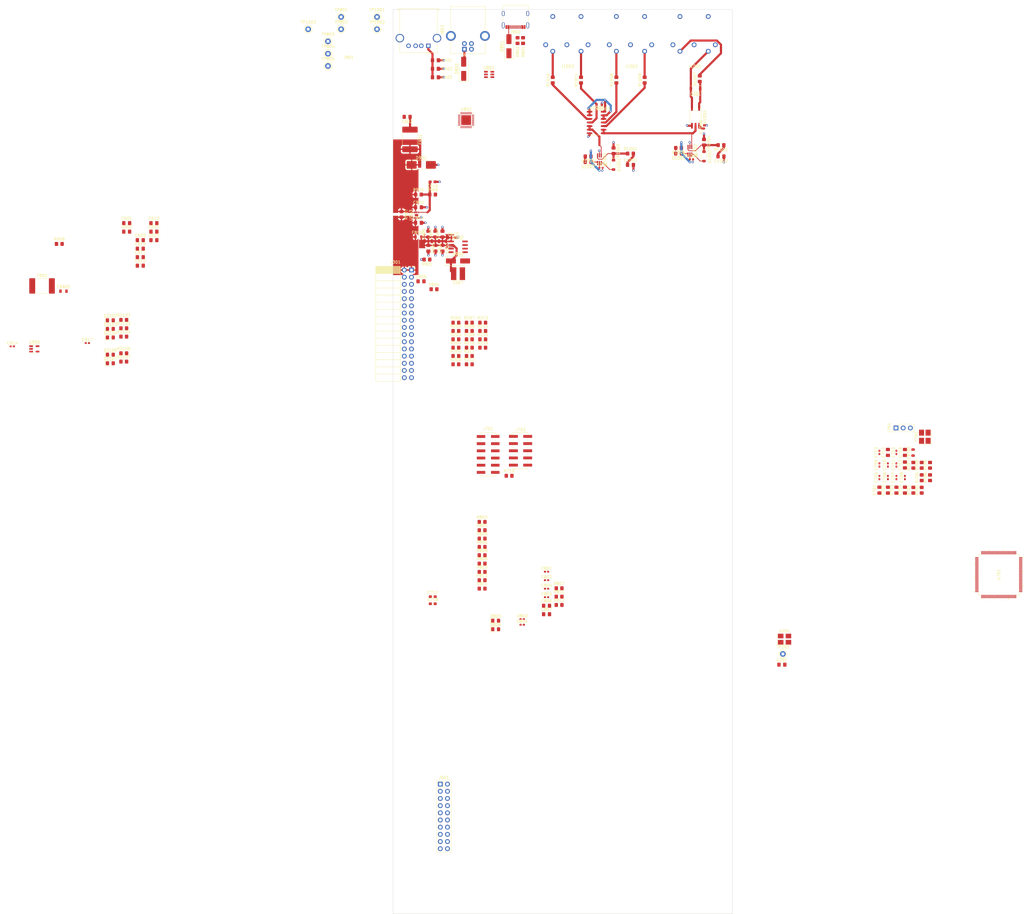
<source format=kicad_pcb>
(kicad_pcb (version 20221018) (generator pcbnew)
  (layers (0 "F.Cu" signal) (1 "In1.Cu" signal) (2 "In2.Cu" signal) (31 "B.Cu" signal) (34 "B.Paste" user) (35 "F.Paste" user) (36 "B.SilkS" user "B.Silkscreen") (37 "F.SilkS" user "F.Silkscreen") (38 "B.Mask" user) (39 "F.Mask" user) (44 "Edge.Cuts" user))
  (net 0 "")
  (net 1 "GND")
  (net 2 "+5V")
  (net 3 "/MCU/MCLK_24.576MHz")
  (net 4 "/MIDI/MIDI_{IN+}")
  (net 5 "Net-(C1001-Pad1)")
  (net 6 "Net-(C1002-Pad2)")
  (net 7 "Net-(D1001-K)")
  (net 8 "Net-(D1001-A)")
  (net 9 "/MCU/OSC_{OUT}")
  (net 10 "VBUS")
  (net 11 "/MCU/MIDI_RX")
  (net 12 "/MIDI/MIDI_{IN-cathode}")
  (net 13 "Net-(D1002-K)")
  (net 14 "/MIDI/MIDI_{THRU+}")
  (net 15 "Net-(D1002-A)")
  (net 16 "/MIDI/MIDI_{THRU-}")
  (net 17 "Net-(D1003-K)")
  (net 18 "/MIDI/MIDI_{OUT+}")
  (net 19 "Net-(D1003-A)")
  (net 20 "/MIDI/MIDI_{OUT-}")
  (net 22 "VDD")
  (net 23 "Net-(D1004-K)")
  (net 24 "/USB/USBA_ID")
  (net 25 "/MCU/USB_PHY_RESET")
  (net 26 "/MCU/OSC_{IN}")
  (net 27 "Net-(C718-Pad1)")
  (net 28 "/USB/USB_VDD_1.8")
  (net 29 "Net-(R810-Pad2)")
  (net 30 "/USB/USB_VDDA_1.8")
  (net 31 "Net-(D1004-A)")
  (net 32 "Net-(D903-K)")
  (net 33 "/MCU/MIDI_TX")
  (net 34 "/POWER/HS_OVLO")
  (net 35 "VDDA")
  (net 36 "/MCU/VCAP1")
  (net 37 "/MCU/VCAP2")
  (net 38 "/MCU/MCU_VREF+")
  (net 39 "/MCU/MCU_NRST")
  (net 40 "/MCU/JTMS_SWDIO")
  (net 41 "/MCU/JTCK_SWCLK")
  (net 42 "/MCU/JTDO_SWO")
  (net 43 "/MCU/JTDI")
  (net 44 "/MCU/MCU_BOOT0")
  (net 45 "Net-(U902-FB)")
  (net 46 "/MIDI/MIDI_{IN-anode}")
  (net 47 "/Audio Daughterboard Connector/DAC_DATA_1")
  (net 48 "Net-(U905-OUT)")
  (net 49 "VBUS_OUT")
  (net 50 "/MCU/~{HSW_EN}")
  (net 51 "/Audio Daughterboard Connector/VAA_EN")
  (net 53 "/MCU/~{VBUS_OUT_FLG}")
  (net 54 "/MCU/USB_A_PWR_EN")
  (net 55 "Net-(U905-IN)")
  (net 56 "/Audio Daughterboard Connector/DAC_DATA_0")
  (net 57 "/Audio Daughterboard Connector/ADC_DATA_3")
  (net 58 "/Human Interface/input_interrupt")
  (net 59 "/Human Interface/I2C_SCL")
  (net 60 "/Human Interface/I2C_SDA")
  (net 61 "/USB/USB_C_VBUS")
  (net 62 "/USB/USB_B_VBUS")
  (net 63 "Net-(D805-A)")
  (net 64 "Net-(D806-A)")
  (net 65 "/Audio Daughterboard Connector/ADC_DATA_2")
  (net 66 "Net-(D2102-A)")
  (net 67 "Net-(D2103-A)")
  (net 68 "Net-(D2104-A)")
  (net 69 "/Audio Daughterboard Connector/ADC_DATA_1")
  (net 70 "Net-(D2106-A)")
  (net 71 "Net-(D2107-A)")
  (net 72 "/MCU/I2S2_LRCLK")
  (net 73 "/MCU/I2S3_LRCLK")
  (net 74 "/Audio Daughterboard Connector/ADC_DATA_0")
  (net 75 "/Audio Daughterboard Connector/LRCLK")
  (net 76 "/MCU/I2S2_BCLK")
  (net 77 "/MCU/I2S3_BCLK")
  (net 78 "/MCU/QUADSPI_DATA_2")
  (net 79 "/MCU/QUADSPI_DATA_0")
  (net 80 "/MCU/QUADSPI_DATA_3")
  (net 81 "/MCU/QUADSPI_DATA_1")
  (net 82 "/MCU/QUADSPI_CLK")
  (net 83 "/MCU/QUADSPI_NCS")
  (net 84 "/USB/USB_HOST_N")
  (net 85 "/USB/USB_HOST_P")
  (net 86 "SHIELD")
  (net 87 "/USB/USB_C_CON_CC1")
  (net 88 "/USB/USB_C_CONN_P")
  (net 89 "/USB/USB_C_CONN_N")
  (net 91 "/USB/USB_C_CON_CC2")
  (net 100 "Net-(U701C-PA11)")
  (net 101 "Net-(U701C-PA12)")
  (net 102 "/MCU/LRCLK_MCU")
  (net 103 "/MCU/BCLK_MCU")
  (net 104 "/Human Interface/serial_CLK")
  (net 105 "Net-(U701A-PE12)")
  (net 106 "/MCU/CLK_24MHz")
  (net 107 "Net-(U701C-PA8)")
  (net 108 "/USB/USB_C_PHY_N")
  (net 109 "/USB/USB_C_PHY_P")
  (net 110 "/MCU/USB_C_VBUS_MCU")
  (net 111 "Net-(R804-Pad2)")
  (net 112 "Net-(U802-VBUS)")
  (net 113 "/MCU/USB_B_VBUS_MCU")
  (net 114 "Net-(U802-RBIAS)")
  (net 115 "/Audio Daughterboard Connector/BCLK")
  (net 116 "/MCU/STP")
  (net 117 "/Human Interface/ADC_4")
  (net 118 "/MCU/DIR")
  (net 119 "/MCU/NXT")
  (net 120 "/Human Interface/ADC_0")
  (net 121 "/Human Interface/ADC_1")
  (net 122 "/Human Interface/ADC_2")
  (net 123 "/MCU/DATA0")
  (net 124 "/Human Interface/ADC_3")
  (net 125 "/Human Interface/ADC_5")
  (net 126 "/MCU/DATA1")
  (net 127 "/MCU/DATA2")
  (net 128 "/Human Interface/serial_CLR")
  (net 129 "/Human Interface/serial_data")
  (net 130 "/Human Interface/register_CLK")
  (net 131 "/MCU/DATA3")
  (net 132 "/MCU/DATA4")
  (net 133 "/MCU/DATA5")
  (net 134 "/MCU/DATA6")
  (net 135 "/Human Interface/register_OE")
  (net 136 "/Human Interface/lsb")
  (net 137 "/Human Interface/msb")
  (net 138 "/MCU/DATA7")
  (net 142 "/Audio Daughterboard Connector/MCLK")
  (net 143 "/Audio Daughterboard Connector/ADC_FSAMPEN")
  (net 155 "/Audio Daughterboard Connector/ADC_FORMAT")
  (net 156 "/Audio Daughterboard Connector/ADC_M{slash}S")
  (net 157 "/Audio Daughterboard Connector/ADC_IWL")
  (net 158 "Net-(U201-Tri-State)")
  (net 159 "/MCU/MCU_MCLK_OUT")
  (net 160 "/MCU/DAC_DATA_0_MCU")
  (net 161 "/POWER/VBUS_{fused}")
  (net 163 "Net-(U701A-PE14)")
  (net 164 "/MCU/DAC_DATA_1_MCU")
  (net 165 "/MCU/ADC_DATA_0_MCU")
  (net 166 "/MCU/ADC_DATA_1_MCU")
  (net 167 "/MCU/CLK")
  (net 168 "/MCU/ADC_DATA_2_MCU")
  (net 169 "/MCU/ADC_DATA_3_MCU")
  (net 170 "Net-(R1008-Pad1)")
  (net 171 "Net-(R1009-Pad1)")
  (net 172 "Net-(R1010-Pad1)")
  (net 173 "Net-(R1011-Pad1)")
  (net 174 "/POWER/+5V_ferrited")
  (footprint "Capacitor_SMD:C_0805_2012Metric_Pad1.18x1.45mm_HandSolder" (layer "F.Cu") (at 5 38 180)
    (fp_text reference "C902")
    (fp_text value "22uF/25V")
  )
  (footprint "Capacitor_SMD:C_0805_2012Metric_Pad1.18x1.45mm_HandSolder" (layer "F.Cu") (at -94.1925 75.615)
    (fp_text reference "C601")
    (fp_text value "22uF/25V")
  )
  (footprint "Crystal:Crystal_SMD_3225-4Pin_3.2x2.5mm_HandSoldering" (layer "F.Cu") (at 188.1 151.199999 90)
    (fp_text reference "Y701")
    (fp_text value "24MHz")
  )
  (footprint "Resistor_SMD:R_0805_2012Metric_Pad1.20x1.40mm_HandSolder" (layer "F.Cu") (at 46 11 -90)
    (fp_text reference "R801")
    (fp_text value "0R")
  )
  (footprint "Capacitor_SMD:C_0805_2012Metric_Pad1.18x1.45mm_HandSolder" (layer "F.Cu") (at 9 70)
    (fp_text reference "C905")
    (fp_text value "22uF/25V")
  )
  (footprint "Capacitor_SMD:C_0402_1005Metric_Pad0.74x0.62mm_HandSolder" (layer "F.Cu") (at 172.03 165.649999 90)
    (fp_text reference "C705")
    (fp_text value "220nF/16V")
  )
  (footprint "Diode_SMD:D_0805_2012Metric_Pad1.15x1.40mm_HandSolder" (layer "F.Cu") (at -99.975 122.16)
    (fp_text reference "D2106")
    (fp_text value "Red")
  )
  (footprint "Connector_USB:USB_B_OST_USB-B1HSxx_Horizontal" (layer "F.Cu") (at 25.25 14.0775 90)
    (fp_text reference "J803")
    (fp_text value "USB_B")
  )
  (footprint "Capacitor_SMD:C_0402_1005Metric_Pad0.74x0.62mm_HandSolder" (layer "F.Cu") (at 21.25 80.75)
    (fp_text reference "C617")
    (fp_text value "220nF/16V")
  )
  (footprint "Skrooter_footprints:LQFP100-14x14mm" (layer "F.Cu") (at 214.25 199.999999 90)
    (fp_text reference "U701")
    (fp_text value "STM32F730V8T6")
  )
  (footprint "Resistor_SMD:R_0805_2012Metric_Pad1.20x1.40mm_HandSolder" (layer "F.Cu") (at 31.74 110.83)
    (fp_text reference "R213")
    (fp_text value "0R")
  )
  (footprint "Resistor_SMD:R_0805_2012Metric_Pad1.20x1.40mm_HandSolder" (layer "F.Cu") (at 84 51)
    (fp_text reference "R1001")
    (fp_text value "220R")
  )
  (footprint "Diode_SMD:D_0805_2012Metric_Pad1.15x1.40mm_HandSolder" (layer "F.Cu") (at -99.975 110)
    (fp_text reference "D2102")
    (fp_text value "Red")
  )
  (footprint "Resistor_SMD:R_0805_2012Metric_Pad1.20x1.40mm_HandSolder" (layer "F.Cu") (at -95.23 124.615)
    (fp_text reference "R2107")
    (fp_text value "220R")
  )
  (footprint "Resistor_SMD:R_0805_2012Metric_Pad1.20x1.40mm_HandSolder" (layer "F.Cu") (at 22.24 110.83)
    (fp_text reference "R201")
    (fp_text value "R/NM")
  )
  (footprint "Connector_PinSocket_2.54mm:PinSocket_2x16_P2.54mm_Horizontal" (layer "F.Cu") (at 6.54 92.2)
    (fp_text reference "J301")
    (fp_text value "Conn_02x15_Odd_Even")
  )
  (footprint "Inductor_SMD:L_0805_2012Metric" (layer "F.Cu") (at 9 80.5)
    (fp_text reference "FB901")
    (fp_text value "FerriteBead")
  )
  (footprint "Diode_SMD:D_SMA_Handsoldering" (layer "F.Cu") (at 23 89)
    (fp_text reference "D903")
    (fp_text value "SS54")
  )
  (footprint "Resistor_SMD:R_0805_2012Metric_Pad1.20x1.40mm_HandSolder" (layer "F.Cu") (at -95.23 109.865)
    (fp_text reference "R2102")
    (fp_text value "680R")
  )
  (footprint "LED_SMD:LED_0402_1005Metric_Pad0.77x0.64mm_HandSolder" (layer "F.Cu") (at 45.69 215.76)
    (fp_text reference "D803")
    (fp_text value "H5VL10B ")
  )
  (footprint "Capacitor_SMD:C_0805_2012Metric_Pad1.18x1.45mm_HandSolder" (layer "F.Cu") (at 17.5 84.5 -90)
    (fp_text reference "C607")
    (fp_text value "22uF/25V")
  )
  (footprint "Resistor_SMD:R_0805_2012Metric_Pad1.20x1.40mm_HandSolder" (layer "F.Cu") (at 110 47 -90)
    (fp_text reference "R1004")
    (fp_text value "470k")
  )
  (footprint "Capacitor_SMD:C_0805_2012Metric_Pad1.18x1.45mm_HandSolder" (layer "F.Cu") (at 181.06 170.099999 90)
    (fp_text reference "C704")
    (fp_text value "22uF/25V")
  )
  (footprint "Connector_PinHeader_2.54mm:PinHeader_2x05_P2.54mm_Vertical_SMD" (layer "F.Cu") (at 45.1068 156.1686)
    (fp_text reference "J703")
    (fp_text value "Conn_ARM_JTAG_SWD_20")
  )
  (footprint "Capacitor_SMD:C_0805_2012Metric_Pad1.18x1.45mm_HandSolder" (layer "F.Cu") (at 15 17.99)
    (fp_text reference "C401")
    (fp_text value "22uF/25V")
  )
  (footprint "Fuse:Fuse_2920_7451Metric_Pad2.10x5.45mm_HandSolder" (layer "F.Cu") (at -124.1333 97.8339)
    (fp_text reference "F902")
    (fp_text value "300mA")
  )
  (footprint "Resistor_SMD:R_0805_2012Metric_Pad1.20x1.40mm_HandSolder" (layer "F.Cu") (at 31.74 113.78)
    (fp_text reference "R214")
    (fp_text value "0R")
  )
  (footprint "Capacitor_SMD:C_0805_2012Metric_Pad1.18x1.45mm_HandSolder" (layer "F.Cu") (at -94.1925 78.625)
    (fp_text reference "C602")
    (fp_text value "22uF/25V")
  )
  (footprint "Resistor_SMD:R_0805_2012Metric_Pad1.20x1.40mm_HandSolder" (layer "F.Cu") (at 3 72.5 -90)
    (fp_text reference "R907")
    (fp_text value "220R")
  )
  (footprint "Capacitor_SMD:C_0805_2012Metric_Pad1.18x1.45mm_HandSolder" (layer "F.Cu") (at -84.5725 78.625)
    (fp_text reference "C614")
    (fp_text value "22uF/25V")
  )
  (footprint "Capacitor_SMD:C_0402_1005Metric_Pad0.74x0.62mm_HandSolder" (layer "F.Cu") (at 181.06 165.649999 90)
    (fp_text reference "C708")
    (fp_text value "220nF/16V")
  )
  (footprint "Resistor_SMD:R_0805_2012Metric_Pad1.20x1.40mm_HandSolder" (layer "F.Cu") (at 58.74 210.73)
    (fp_text reference "R812")
    (fp_text value "12k")
  )
  (footprint "Skrooter_footprints:MSCD43" (layer "F.Cu") (at 23 93.5 180)
    (fp_text reference "L902")
    (fp_text value "22µH")
  )
  (footprint "Capacitor_SMD:C_0402_1005Metric_Pad0.74x0.62mm_HandSolder" (layer "F.Cu") (at 110 41.5675 90)
    (fp_text reference "C1006")
    (fp_text value "220nF/16V")
  )
  (footprint "Resistor_SMD:R_0805_2012Metric_Pad1.20x1.40mm_HandSolder" (layer "F.Cu") (at 22.24 113.78)
    (fp_text reference "R202")
    (fp_text value "R/NM")
  )
  (footprint "Resistor_SMD:R_0805_2012Metric_Pad1.20x1.40mm_HandSolder" (layer "F.Cu") (at 12 88.5 180)
    (fp_text reference "R901")
    (fp_text value "1k")
  )
  (footprint "Resistor_SMD:R_0805_2012Metric_Pad1.20x1.40mm_HandSolder" (layer "F.Cu") (at 31.51 181.34)
    (fp_text reference "R803")
    (fp_text value "5k1")
  )
  (footprint "Diode_SMD:D_0805_2012Metric_Pad1.15x1.40mm_HandSolder" (layer "F.Cu") (at 69 54 180)
    (fp_text reference "D1003")
    (fp_text value "Red")
  )
  (footprint "Resistor_SMD:R_0805_2012Metric_Pad1.20x1.40mm_HandSolder" (layer "F.Cu") (at 31.51 201.99)
    (fp_text reference "R813")
    (fp_text value "5k1")
  )
  (footprint "Capacitor_SMD:C_0805_2012Metric_Pad1.18x1.45mm_HandSolder" (layer "F.Cu") (at 181.06 161.199999 90)
    (fp_text reference "C712")
    (fp_text value "22uF/25V")
  )
  (footprint "TestPoint:TestPoint_Keystone_5000-5004_Miniature" (layer "F.Cu") (at 137.89 228.079999)
    (fp_text reference "TP201")
    (fp_text value "TestPoint")
  )
  (footprint "Resistor_SMD:R_0805_2012Metric_Pad1.20x1.40mm_HandSolder" (layer "F.Cu") (at 184.04 161.299999 90)
    (fp_text reference "R707")
    (fp_text value "22R")
  )
  (footprint "TestPoint:TestPoint_Keystone_5000-5004_Miniature" (layer "F.Cu") (at -30 7)
    (fp_text reference "TP1003")
    (fp_text value "TestPoint")
  )
  (footprint "Diode_SMD:D_SMA_Handsoldering" (layer "F.Cu") (at 41 13 90)
    (fp_text reference "D801")
    (fp_text value "SS54")
  )
  (footprint "Capacitor_SMD:C_0805_2012Metric_Pad1.18x1.45mm_HandSolder" (layer "F.Cu") (at -89.3825 87.655)
    (fp_text reference "C611")
    (fp_text value "22uF/25V")
  )
  (footprint "Resistor_SMD:R_0805_2012Metric_Pad1.20x1.40mm_HandSolder" (layer "F.Cu") (at 31.51 193.14)
    (fp_text reference "R808")
    (fp_text value "10k")
  )
  (footprint "Package_SO:SOIC-14_3.9x8.7mm_P1.27mm" (layer "F.Cu") (at 72 40)
    (fp_text reference "U1003")
    (fp_text value "74HC08D")
  )
  (footprint "Capacitor_SMD:C_0805_2012Metric_Pad1.18x1.45mm_HandSolder" (layer "F.Cu") (at 15 21)
    (fp_text reference "C402")
    (fp_text value "22uF/25V")
  )
  (footprint "Capacitor_SMD:C_0402_1005Metric_Pad0.74x0.62mm_HandSolder" (layer "F.Cu") (at 73.5675 56)
    (fp_text reference "C1004")
    (fp_text value "220nF/16V")
  )
  (footprint "Capacitor_SMD:C_0402_1005Metric_Pad0.74x0.62mm_HandSolder" (layer "F.Cu") (at 54.31 201.97)
    (fp_text reference "C802")
    (fp_text value "220nF/16V")
  )
  (footprint "Package_TO_SOT_SMD:SOT-363_SC-70-6_Handsoldering" (layer "F.Cu") (at 73 53 -90)
    (fp_text reference "U1001")
    (fp_text value "74LVC2G14")
  )
  (footprint "Capacitor_SMD:C_0603_1608Metric_Pad1.08x0.95mm_HandSolder" (layer "F.Cu") (at 14.0535 210.3125)
    (fp_text reference "C718")
    (fp_text value "10p/50V")
  )
  (footprint "Package_TO_SOT_SMD:SOT-23-5" (layer "F.Cu") (at -126.8633 120.1139)
    (fp_text reference "U905")
    (fp_text value "AP2171W")
  )
  (footprint "Resistor_SMD:R_0805_2012Metric_Pad1.20x1.40mm_HandSolder" (layer "F.Cu") (at 26.99 122.63)
    (fp_text reference "R211")
    (fp_text value "0R")
  )
  (footprint "Capacitor_SMD:C_0402_1005Metric_Pad0.74x0.62mm_HandSolder" (layer "F.Cu") (at 178.05 156.749999 90)
    (fp_text reference "C715")
    (fp_text value "220nF/16V")
  )
  (footprint "Diode_SMD:D_0805_2012Metric_Pad1.15x1.40mm_HandSolder" (layer "F.Cu") (at 36.305 219.325)
    (fp_text reference "D806")
    (fp_text value "green")
  )
  (footprint "Skrooter_footprints:DIN-504-M10" (layer "F.Cu") (at 106.5 12.5)
    (fp_text reference "J1001")
    (fp_text value "DIN-5_180degree")
  )
  (footprint "Capacitor_SMD:C_0805_2012Metric_Pad1.18x1.45mm_HandSolder" (layer "F.Cu") (at 137.54 231.859999)
    (fp_text reference "C201")
    (fp_text value "F/NM")
  )
  (footprint "Diode_SMD:D_0805_2012Metric_Pad1.15x1.40mm_HandSolder" (layer "F.Cu") (at 36.305 216.285)
    (fp_text reference "D805")
    (fp_text value "green")
  )
  (footprint "Capacitor_SMD:C_0402_1005Metric_Pad0.74x0.62mm_HandSolder" (layer "F.Cu") (at 54.31 198.96)
    (fp_text reference "C801")
    (fp_text value "220nF/16V")
  )
  (footprint "TestPoint:TestPoint_Keystone_5000-5004_Miniature" (layer "F.Cu") (at -18.35 7)
    (fp_text reference "TP802")
    (fp_text value "TestPoint")
  )
  (footprint "Capacitor_SMD:C_0402_1005Metric_Pad0.74x0.62mm_HandSolder" (layer "F.Cu") (at 54.31 207.99)
    (fp_text reference "C805")
    (fp_text value "220nF/16V")
  )
  (footprint "Resistor_SMD:R_0805_2012Metric_Pad1.20x1.40mm_HandSolder" (layer "F.Cu") (at 31.51 190.19)
    (fp_text reference "R806")
    (fp_text value "470R")
  )
  (footprint "TestPoint:TestPoint_Keystone_5000-5004_Miniature" (layer "F.Cu") (at -23 11.3)
    (fp_text reference "TP803")
    (fp_text value "TestPoint")
  )
  (footprint "Capacitor_SMD:C_0402_1005Metric_Pad0.74x0.62mm_HandSolder" (layer "F.Cu") (at 178.05 165.649999 90)
    (fp_text reference "C707")
    (fp_text value "220nF/16V")
  )
  (footprint "TestPoint:TestPoint_Keystone_5000-5004_Miniature" (layer "F.Cu") (at -18.35 2.65)
    (fp_text reference "TP801")
    (fp_text value "TestPoint")
  )
  (footprint "Resistor_SMD:R_0805_2012Metric_Pad1.20x1.40mm_HandSolder" (layer "F.Cu") (at 26.99 110.83)
    (fp_text reference "R207")
    (fp_text value "22R")
  )
  (footprint "Diode_SMD:D_SOD-123" (layer "F.Cu") (at 110 52 -90)
    (fp_text reference "D1002")
    (fp_text value "1N4148WS")
  )
  (footprint "Resistor_SMD:R_0805_2012Metric_Pad1.20x1.40mm_HandSolder" (layer "F.Cu") (at 41.0568 165.0186)
    (fp_text reference "R710")
    (fp_text value "22R")
  )
  (footprint "Capacitor_SMD:C_0402_1005Metric_Pad0.74x0.62mm_HandSolder" (layer "F.Cu") (at 175.04 165.649999 90)
    (fp_text reference "C706")
    (fp_text value "220nF/16V")
  )
  (footprint "Resistor_SMD:R_0805_2012Metric_Pad1.20x1.40mm_HandSolder" (layer "F.Cu") (at 101 49 180)
    (fp_text reference "R1006")
    (fp_text value "680R")
  )
  (footprint "Resistor_SMD:R_0805_2012Metric_Pad1.20x1.40mm_HandSolder" (layer "F.Cu") (at 58.74 207.78)
    (fp_text reference "R811")
    (fp_text value "5k1")
  )
  (footprint "Capacitor_SMD:C_0805_2012Metric_Pad1.18x1.45mm_HandSolder" (layer "F.Cu") (at 54.31 211)
    (fp_text reference "C806")
    (fp_text value "22uF/25V")
  )
  (footprint "Package_SO:SOIC-8_3.9x4.9mm_P1.27mm" (layer "F.Cu") (at 23 84)
    (fp_text reference "U902")
    (fp_text value "XL1509-ADJ")
  )
  (footprint "Diode_SMD:D_0805_2012Metric_Pad1.15x1.40mm_HandSolder" (layer "F.Cu") (at 101 51 180)
    (fp_text reference "D1004")
    (fp_text value "Red")
  )
  (footprint "Resistor_SMD:R_0805_2012Metric_Pad1.20x1.40mm_HandSolder" (layer "F.Cu") (at 26.99 116.73)
    (fp_text reference "R209")
    (fp_text value "0R")
  )
  (footprint "Diode_SMD:D_SOD-123" (layer "F.Cu") (at 78 55 -90)
    (fp_text reference "D1001")
    (fp_text value "1N4148WS")
  )
  (footprint "Capacitor_SMD:C_0805_2012Metric_Pad1.18x1.45mm_HandSolder" (layer "F.Cu") (at 15 24)
    (fp_text reference "C403")
    (fp_text value "22uF/25V")
  )
  (footprint "TestPoint:TestPoint_Keystone_5000-5004_Miniature" (layer "F.Cu") (at -5.65 7)
    (fp_text reference "TP1002")
    (fp_text value "TestPoint")
  )
  (footprint "Diode_SMD:D_0805_2012Metric_Pad1.15x1.40mm_HandSolder" (layer "F.Cu") (at -99.975 113.04)
    (fp_text reference "D2103")
    (fp_text value "Red")
  )
  (footprint "Capacitor_SMD:C_0402_1005Metric_Pad0.74x0.62mm_HandSolder" (layer "F.Cu") (at 178.05 161.199999 90)
    (fp_text reference "C711")
    (fp_text value "220nF/16V")
  )
  (footprint "Resistor_SMD:R_0805_2012Metric_Pad1.20x1.40mm_HandSolder" (layer "F.Cu") (at 44.05 11 -90)
    (fp_text reference "R802")
    (fp_text value "0R")
  )
  (footprint "Resistor_SMD:R_0805_2012Metric_Pad1.20x1.40mm_HandSolder" (layer "F.Cu") (at 31.51 187.24)
    (fp_text reference "R805")
    (fp_text value "5k1")
  )
  (footprint "Resistor_SMD:R_0805_2012Metric_Pad1.20x1.40mm_HandSolder" (layer "F.Cu") (at 26.99 119.68)
    (fp_text reference "R210")
    (fp_text value "0R")
  )
  (footprint "Resistor_SMD:R_0805_2012Metric_Pad1.20x1.40mm_HandSolder" (layer "F.Cu") (at 189.94 165.709999 90)
    (fp_text reference "R706")
    (fp_text value "22R")
  )
  (footprint "Package_SO:SO-5_4.4x3.6mm_P1.27mm" (layer "F.Cu") (at 107 38 -90)
    (fp_text reference "U1004")
    (fp_text value "TLP2361")
  )
  (footprint "Resistor_SMD:R_0805_2012Metric_Pad1.20x1.40mm_HandSolder" (layer "F.Cu") (at 31.51 184.29)
    (fp_text reference "R804")
    (fp_text value "5k1")
  )
  (footprint "Connector_USB:USB_C_Receptacle_G-Switch_GT-USB-7010ASV" (layer "F.Cu") (at 43.32 2.5 180)
    (fp_text reference "J802")
    (fp_text value "USB_C_Receptacle_USB2.0")
  )
  (footprint "Resistor_SMD:R_0805_2012Metric_Pad1.20x1.40mm_HandSolder" (layer "F.Cu") (at 31.51 204.94)
    (fp_text reference "R814")
    (fp_text value "5k1")
  )
  (footprint "Diode_SMD:D_0805_2012Metric_Pad1.15x1.40mm_HandSolder" (layer "F.Cu") (at -99.975 116.08)
    (fp_text reference "D2104")
    (fp_text value "Red")
  )
  (footprint "Skrooter_footprints:DIN-504-M10" (layer "F.Cu") (at 61.5 12.5)
    (fp_text reference "J1003")
    (fp_text value "DIN-5_180degree")
  )
  (footprint "Capacitor_SMD:C_0805_2012Metric_Pad1.18x1.45mm_HandSolder" (layer "F.Cu") (at -84.5725 75.615)
    (fp_text reference "C613")
    (fp_text value "22uF/25V")
  )
  (footprint "Resistor_SMD:R_0805_2012Metric_Pad1.20x1.40mm_HandSolder" (layer "F.Cu") (at 186.99 165.709999 90)
    (fp_text reference "R705")
    (fp_text value "22R")
  )
  (footprint "Capacitor_SMD:C_0805_2012Metric_Pad1.18x1.45mm_HandSolder" (layer "F.Cu") (at 15 79.5 90)
    (fp_text reference "C603")
    (fp_text value "22uF/25V")
  )
  (footprint "Resistor_SMD:R_0805_2012Metric_Pad1.20x1.40mm_HandSolder" (layer "F.Cu") (at 69 52 180)
    (fp_text reference "R1005")
    (fp_text value "680R")
  )
  (footprint "Capacitor_SMD:C_0805_2012Metric_Pad1.18x1.45mm_HandSolder" (layer "F.Cu") (at 9.9 96.2)
    (fp_text reference "C906")
    (fp_text value "10nF/50V")
  )
  (footprint "Resistor_SMD:R_0805_2012Metric_Pad1.20x1.40mm_HandSolder" (layer "F.Cu") (at 78 50 -90)
    (fp_text reference "R1003")
    (fp_text value "470k")
  )
  (footprint "Capacitor_SMD:C_0805_2012Metric_Pad1.18x1.45mm_HandSolder" (layer "F.Cu") (at -89.3825 84.645)
    (fp_text reference "C610")
    (fp_text value "22uF/25V")
  )
  (footprint "Capacitor_SMD:C_0603_1608Metric_Pad1.08x0.95mm_HandSolder" (layer "F.Cu") (at 14 61 180)
    (fp_text reference "C616")
    (fp_text value "10p/50V")
  )
  (footprint "Resistor_SMD:R_0805_2012Metric_Pad1.20x1.40mm_HandSolder" (layer "F.Cu") (at 79 25 90)
    (fp_text reference "R1008")
    (fp_text value "220R")
  )
  (footprint "Resistor_SMD:R_0805_2012Metric_Pad1.20x1.40mm_HandSolder" (layer "F.Cu") (at 189.94 161.299999 90)
    (fp_text reference "R709")
    (fp_text value "10k")
  )
  (footprint "Resistor_SMD:R_0805_2012Metric_Pad1.20x1.40mm_HandSolder" (layer "F.Cu") (at 186.99 161.299999 90)
    (fp_text reference "R708")
    (fp_text value "47R")
  )
  (footprint "Oscillator:Oscillator_SMD_Abracon_ASE-4Pin_3.2x2.5mm_HandSoldering" (layer "F.Cu") (at 138.49 222.829999)
    (fp_text reference "U201")
    (fp_text value "24.576 MHz")
  )
  (footprint "Resistor_SMD:R_0805_2012Metric_Pad1.20x1.40mm_HandSolder" (layer "F.Cu") (at 31.51 199.04)
    (fp_text reference "R810")
    (fp_text value "5k1")
  )
  (footprint "Diode_SMD:D_SMA_Handsoldering" (layer "F.Cu") (at 25 21 90)
    (fp_text reference "D802")
    (fp_text value "SS54")
  )
  (footprint "Capacitor_SMD:C_0805_2012Metric_Pad1.18x1.45mm_HandSolder" (layer "F.Cu") (at 181.06 156.749999 90)
    (fp_text reference "C716")
    (fp_text value "22uF/25V")
  )
  (footprint "Resistor_SMD:R_0805_2012Metric_Pad1.20x1.40mm_HandSolder" (layer "F.Cu") (at 56.5 25 90)
    (fp_text reference "R1010")
    (fp_text value "220R")
  )
  (footprint "Resistor_SMD:R_0805_2012Metric_Pad1.20x1.40mm_HandSolder" (layer "F.Cu") (at 9 65.5)
    (fp_text reference "R905")
    (fp_text value "39k")
  )
  (footprint "Capacitor_SMD:C_0805_2012Metric_Pad1.18x1.45mm_HandSolder" (layer "F.Cu") (at 54.31 214.01)
    (fp_text reference "C807")
    (fp_text value "22uF/25V")
  )
  (footprint "Capacitor_SMD:C_0402_1005Metric_Pad0.74x0.62mm_HandSolder" (layer "F.Cu") (at -134.6633 119.2239)
    (fp_text reference "C914")
    (fp_text value "220nF/16V")
  )
  (footprint "Connector_PinHeader_2.54mm:PinHeader_2x10_P2.54mm_Vertical" (layer "F.Cu") (at 16.725 274.14)
    (fp_text reference "J601")
    (fp_text value "Conn_02x10_Counter_Clockwise")
  )
  (footprint "Resistor_SMD:R_0805_2012Metric_Pad1.20x1.40mm_HandSolder" (layer "F.Cu") (at 26.99 125.58)
    (fp_text reference "R212")
    (fp_text value "22R")
  )
  (footprint "Package_TO_SOT_SMD:SOT-23-6" (layer "F.Cu") (at 34 23)
    (fp_text reference "U801")
    (fp_text value "SRV05-4")
  )
  (footprint "Resistor_SMD:R_0805_2012Metric_Pad1.20x1.40mm_HandSolder" (layer "F.Cu") (at 58.74 204.83)
    (fp_text reference "R807")
    (fp_text value "470R")
  )
  (footprint "Capacitor_SMD:C_0402_1005Metric_Pad0.74x0.62mm_HandSolder" (layer "F.Cu") (at -108.1107 118.0553)
    (fp_text reference "C917")
    (fp_text value "220nF/16V")
  )
  (footprint "Resistor_SMD:R_0805_2012Metric_Pad1.20x1.40mm_HandSolder" (layer "F.Cu") (at -95.23 115.765)
    (fp_text reference "R2104")
    (fp_text value "680R")
  )
  (footprint "Resistor_SMD:R_0805_2012Metric_Pad1.20x1.40mm_HandSolder" (layer "F.Cu") (at 108.5 24.5 90)
    (fp_text reference "R1007")
    (fp_text value "220R")
  )
  (footprint "Resistor_SMD:R_0805_2012Metric_Pad1.20x1.40mm_HandSolder" (layer "F.Cu") (at 14 65.5)
    (fp_text reference "R906")
    (fp_text value "12k")
  )
  (footprint "Inductor_SMD:L_0805_2012Metric" (layer "F.Cu") (at 183.94 156.819999 90)
    (fp_text reference "FB701")
    (fp_text value "FerriteBead")
  )
  (footprint "Capacitor_SMD:C_0402_1005Metric_Pad0.74x0.62mm_HandSolder" (layer "F.Cu") (at 172.03 156.749999 90)
    (fp_text reference "C713")
    (fp_text value "220nF/16V")
  )
  (footprint "Connector_PinSocket_2.54mm:PinSocket_2x06_P2.54mm_Vertical_SMD" (layer "F.Cu") (at 33.6568 157.4686)
    (fp_text reference "J701")
    (fp_text value "Conn_02x06_Odd_Even")
  )
  (footprint "TestPoint:TestPoint_Keystone_5000-5004_Miniature" (layer "F.Cu") (at -23 20)
    (fp_text reference "TP805")
    (fp_text value "TestPoint")
  )
  (footprint "Resistor_SMD:R_0805_2012Metric_Pad1.20x1.40mm_HandSolder" (layer "F.Cu") (at 22.24 116.73)
    (fp_text reference "R203")
    (fp_text value "22R")
  )
  (footprint "Capacitor_SMD:C_0805_2012Metric_Pad1.18x1.45mm_HandSolder" (layer "F.Cu") (at 178.05 170.099999 90)
    (fp_text reference "C703")
    (fp_text value "22uF/25V")
  )
  (footprint "Capacitor_SMD:C_0402_1005Metric_Pad0.74x0.62mm_HandSolder" (layer "F.Cu") (at 54.31 204.98)
    (fp_text reference "C804")
    (fp_text value "220nF/16V")
  )
  (footprint "Resistor_SMD:R_0805_2012Metric_Pad1.20x1.40mm_HandSolder" (layer "F.Cu") (at 116 48 180)
    (fp_text reference "R1002")
    (fp_text value "220R")
  )
  (footprint "Resistor_SMD:R_0805_2012Metric_Pad1.20x1.40mm_HandSolder" (layer "F.Cu") (at 14.5 99)
    (fp_text reference "R904")
    (fp_text value "1k5")
  )
  (footprint "Resistor_SMD:R_0805_2012Metric_Pad1.20x1.40mm_HandSolder" (layer "F.Cu") (at 22.24 122.63)
    (fp_text reference "R205")
    (fp_text value "22R")
  )
  (footprint "Resistor_SMD:R_0805_2012Metric_Pad1.20x1.40mm_HandSolder" (layer "F.Cu") (at -95.23 121.665)
    (fp_text reference "R2106")
    (fp_text value "220R")
  )
  (footprint "TestPoint:TestPoint_Keystone_5000-5004_Miniature" (layer "F.Cu") (at -5.65 2.65)
    (fp_text reference "TP1001")
    (fp_text value "TestPoint")
  )
  (footprint "Capacitor_SMD:C_0805_2012Metric_Pad1.18x1.45mm_HandSolder" (layer "F.Cu") (at 116 52 180)
    (fp_text reference "C1002")
    (fp_text value "10nF/50V")
  )
  (footprint "Resistor_SMD:R_0805_2012Metric_Pad1.20x1.40mm_HandSolder" (layer "F.Cu") (at 26.99 113.78)
    (fp_text reference "R208")
    (fp_text value "0R")
  )
  (footprint "Resistor_SMD:R_0805_2012Metric_Pad1.20x1.40mm_HandSolder" (layer "F.Cu") (at -95.23 112.815)
    (fp_text reference "R2103")
    (fp_text value "680R")
  )
  (footprint "Capacitor_SMD:C_0805_2012Metric_Pad1.18x1.45mm_HandSolder" (layer "F.Cu") (at 15 84.5 -90)
    (fp_text reference "C904")
    (fp_text value "22uF/25V")
  )
  (footprint "Capacitor_SMD:C_0805_2012Metric_Pad1.18x1.45mm_HandSolder" (layer "F.Cu") (at -89.3825 90.665)
    (fp_text reference "C612")
    (fp_text value "22uF/25V")
  )
  (footprint "Capacitor_SMD:C_0805_2012Metric_Pad1.18x1.45mm_HandSolder" (layer "F.Cu") (at -84.5725 81.635)
    (fp_text reference "C615")
    (fp_text value "22uF/25V")
  )
  (footprint "LED_SMD:LED_0402_1005Metric_Pad0.77x0.64mm_HandSolder" (layer "F.Cu") (at 45.69 217.75)
    (fp_text reference "D804")
    (fp_text value "H5VL10B ")
  )
  (footprint "Capacitor_SMD:C_0805_2012Metric_Pad1.18x1.45mm_HandSolder" (layer "F.Cu") (at 84 55)
    (fp_text reference "C1001")
    (fp_text value "10nF/50V")
  )
  (footprint "Resistor_SMD:R_0805_2012Metric_Pad1.20x1.40mm_HandSolder" (layer "F.Cu") (at 31.74 119.68)
    (fp_text reference "R216")
    (fp_text value "0R")
  )
  (footprint "Diode_SMD:D_0805_2012Metric_Pad1.15x1.40mm_HandSolder" (layer "F.Cu") (at -99.975 125.2)
    (fp_text reference "D2107")
    (fp_text value "Red")
  )
  (footprint "Capacitor_SMD:C_0805_2012Metric_Pad1.18x1.45mm_HandSolder" (layer "F.Cu") (at 12.5 79.5 90)
    (fp_text reference "C606")
    (fp_text value "22uF/25V")
  )
  (footprint "Package_DFN_QFN:QFN-32-1EP_5x5mm_P0.5mm_EP3.45x3.45mm" (layer "F.Cu") (at 25.85 39.15)
    (fp_text reference "U802")
    (fp_text value "USB3300-EZK")
  )
  (footprint "Capacitor_SMD:C_0805_2012Metric_Pad1.18x1.45mm_HandSolder" (layer "F.Cu") (at 12.5 84.5 -90)
    (fp_text reference "C605")
    (fp_text value "22uF/25V")
  )
  (footprint "Resistor_SMD:R_0805_2012Metric_Pad1.20x1.40mm_HandSolder" (layer "F.Cu") (at -118.0333 82.9739)
    (fp_text reference "R908")
    (fp_text value "10k")
  )
  (footprint "Inductor_SMD:L_0805_2012Metric" (layer "F.Cu") (at -116.5533 99.6939)
    (fp_text reference "FB905")
    (fp_text value "FerriteBead")
  )
  (footprint "Resistor_SMD:R_0805_2012Metric_Pad1.20x1.40mm_HandSolder" (layer "F.Cu") (at 184.04 170.119999 90)
    (fp_text reference "R701")
    (fp_text value "0R")
  )
  (footprint "Skrooter_footprints:DIN-504-M10" (layer "F.Cu") (at 84 12.5)
    (fp_text reference "J1002")
    (fp_text value "DIN-5_180degree")
  )
  (footprint "Capacitor_SMD:C_0805_2012Metric_Pad1.18x1.45mm_HandSolder" (layer "F.Cu") (at 175.04 156.749999 90)
    (fp_text reference "C714")
    (fp_text value "22uF/25V")
  )
  (footprint "Capacitor_SMD:C_0402_1005Metric_Pad0.74x0.62mm_HandSolder" (layer "F.Cu") (at 175.04 161.199999 90)
    (fp_text reference "C710")
    (fp_text value "220nF/16V")
  )
  (footprint "Connector_USB:USB_A_Molex_67643_Horizontal" (layer "F.Cu") (at 12.5 12.86 180)
    (fp_text reference "J801")
    (fp_text value "USB_A")
  )
  (footprint "Fuse:Fuse_2920_7451Metric_Pad2.10x5.45mm_HandSolder" (layer "F.Cu") (at 6 46 -90)
    (fp_text reference "F901")
    (fp_text value "750mA")
  )
  (footprint "TestPoint:TestPoint_Keystone_5000-5004_Miniature" (layer "F.Cu") (at -23 15.65)
    (fp_text reference "TP804")
    (fp_text value "TestPoint")
  )
  (footprint "Capacitor_SMD:C_0603_1608Metric_Pad1.08x0.95mm_HandSolder" (layer "F.Cu") (at 14.0535 207.8025)
    (fp_text reference "C717")
    (fp_text value "10p/50V")
  )
  (footprint "Diode_SMD:D_MELF_Handsoldering" (layer "F.Cu") (at 10 55)
    (fp_text reference "D901")
    (fp_text value "5V")
  )
  (footprint "Capacitor_SMD:C_0805_2012Metric_Pad1.18x1.45mm_HandSolder" (layer "F.Cu") (at -89.3825 81.635)
    (fp_text reference "C609")
    (fp_text value "22uF/25V")
  )
  (footprint "Capacitor_SMD:C_0805_2012Metric_Pad1.18x1.45mm_HandSolder" (layer "F.Cu") (at 9 75.5)
    (fp_text reference "C912")
    (fp_text value "22uF/25V")
  )
  (footprint "Resistor_SMD:R_0805_2012Metric_Pad1.20x1.40mm_HandSolder" (layer "F.Cu") (at 186.99 170.119999 90)
    (fp_text reference "R702")
    (fp_text value "0R")
  )
  (footprint "Resistor_SMD:R_0805_2012Metric_Pad1.20x1.40mm_HandSolder" (layer "F.Cu") (at 22.24 119.68)
    (fp_text reference "R204")
    (fp_text value "22R")
  )
  (footprint "Package_TO_SOT_SMD:SOT-363_SC-70-6_Handsoldering" (layer "F.Cu") (at 105 50 -90)
    (fp_text reference "U1002")
    (fp_text value "74LVC2G14")
  )
  (footprint "Resistor_SMD:R_0805_2012Metric_Pad1.20x1.40mm_HandSolder" (layer "F.Cu") (at 22.24 125.58)
    (fp_text reference "R206")
    (fp_text value "22R")
  )
  (footprint "Resistor_SMD:R_0805_2012Metric_Pad1.20x1.40mm_HandSolder" (layer "F.Cu") (at 66.5 25 90)
    (fp_text reference "R1011")
    (fp_text value "220R")
  )
  (footprint "Capacitor_SMD:C_0805_2012Metric_Pad1.18x1.45mm_HandSolder" (layer "F.Cu") (at 172.03 170.099999 90)
    (fp_text reference "C701")
    (fp_text value "22uF/25V")
  )
  (footprint "Capacitor_SMD:C_0402_1005Metric_Pad0.74x0.62mm_HandSolder" (layer "F.Cu") (at 105.5675 53)
    (fp_text reference "C1005")
    (fp_text value "220nF/16V")
  )
  (footprint "Resistor_SMD:R_0805_2012Metric_Pad1.20x1.40mm_HandSolder" (layer "F.Cu") (at 31.51 196.09)
    (fp_text reference "R809")
    (fp_text value "5k1")
  )
  (footprint "Resistor_SMD:R_0805_2012Metric_Pad1.20x1.40mm_HandSolder" (layer "F.Cu") (at 31.74 116.73)
    (fp_text reference "R215")
    (fp_text value "0R")
  )
  (footprint "Resistor_SMD:R_0805_2012Metric_Pad1.20x1.40mm_HandSolder" (layer "F.Cu") (at 89 25 90)
    (fp_text reference "R1009")
    (fp_text value "220R")
  )
  (footprint "Capacitor_SMD:C_0805_2012Metric_Pad1.18x1.45mm_HandSolder" (layer "F.Cu") (at 17.5 79.5 90)
    (fp_text reference "C604")
    (fp_text value "22uF/25V")
  )
  (footprint "Capacitor_SMD:C_0402_1005Metric_Pad0.74x0.62mm_HandSolder" (layer "F.Cu") (at 172.03 161.199999 90)
    (fp_text reference "C709")
    (fp_text value "220nF/16V")
  )
  (footprint "Capacitor_SMD:C_0805_2012Metric_Pad1.18x1.45mm_HandSolder" (layer "F.Cu") (at 175.04 170.099999 90)
    (fp_text reference "C702")
    (fp_text value "22uF/25V")
  )
  (footprint "Connector_PinHeader_2.54mm:PinHeader_1x03_P2.54mm_Vertical" (layer "F.Cu") (at 177.9 148.099999 90)
    (fp_text reference "J704")
    (fp_text value "Boot Jumper")
  )
  (footprint "Diode_SMD:D_SOD-123" (layer "F.Cu") (at 107 28 180)
    (fp_text reference "D501")
    (fp_text value "1N4148WS")
  )
  (footprint "Capacitor_SMD:C_0402_1005Metric_Pad0.74x0.62mm_HandSolder" (layer "F.Cu") (at 74.4325 34 180)
    (fp_text reference "C1003")
    (fp_text value "220nF/16V")
  )
  (footprint "Package_DFN_QFN:WDFN-8-1EP_2x2mm_P0.5mm_EP0.8x1.2mm" (layer "F.Cu") (at 8.3 72.8 90)
    (fp_text reference "U903")
    (fp_text value "WS3222D")
  )
  (gr_line (start 0 320) (end 0 0) (stroke (width 0.1)) (layer "Edge.Cuts"))
  (gr_line (start 120 320) (end 0 320) (stroke (width 0.1)) (layer "Edge.Cuts"))
  (gr_line (start 0 0) (end 120 0) (stroke (width 0.1)) (layer "Edge.Cuts"))
  (gr_line (start 120 0) (end 120 320) (stroke (width 0.1)) (layer "Edge.Cuts"))
  (segment (start 15 85.5375) (end 15 87) (width 0.762) (layer "F.Cu") (net 1))
  (segment (start 117.0375 52) (end 117.0375 53.9625) (width 0.762) (layer "F.Cu") (net 1))
  (segment (start 74.135 56.865) (end 74 57) (width 0.254) (layer "F.Cu") (net 1))
  (segment (start 105 48.67) (end 105 47.077) (width 0.254) (layer "F.Cu") (net 1))
  (segment (start 10.0375 70) (end 12 70) (width 0.762) (layer "F.Cu") (net 1))
  (segment (start 117.0375 53.9625) (end 117 54) (width 0.762) (layer "F.Cu") (net 1))
  (segment (start 106.135 53.865) (end 106 54) (width 0.254) (layer "F.Cu") (net 1))
  (segment (start 85.0375 55) (end 85.0375 56.9625) (width 0.762) (layer "F.Cu") (net 1))
  (segment (start 74.135 56) (end 74.135 56.865) (width 0.254) (layer "F.Cu") (net 1))
  (segment (start 13.4 55) (end 16 55) (width 0.762) (layer "F.Cu") (net 1))
  (segment (start 105 47.077) (end 104.923 47) (width 0.254) (layer "F.Cu") (net 1))
  (segment (start 69.525 44.475) (end 69.525 43.81) (width 0.762) (layer "F.Cu") (net 1))
  (segment (start 110 46) (end 110 44) (width 0.762) (layer "F.Cu") (net 1))
  (segment (start 17.99 17.99) (end 18 18) (width 0.762) (layer "F.Cu") (net 1))
  (segment (start 17.5 78.4625) (end 17.5 77) (width 0.762) (layer "F.Cu") (net 1))
  (segment (start 85.0375 56.9625) (end 85 57) (width 0.762) (layer "F.Cu") (net 1))
  (segment (start 17.5 85.5375) (end 17.5 87) (width 0.762) (layer "F.Cu") (net 1))
  (segment (start 11 88.5) (end 10 88.5) (width 0.762) (layer "F.Cu") (net 1))
  (segment (start 16.0375 21) (end 18 21) (width 0.762) (layer "F.Cu") (net 1))
  (segment (start 73 50.077) (end 72.923 50) (width 0.254) (layer "F.Cu") (net 1))
  (segment (start 21.8175 80.75) (end 22.75 80.75) (width 0.762) (layer "F.Cu") (net 1))
  (segment (start 15 78.4625) (end 15 77) (width 0.762) (layer "F.Cu") (net 1))
  (segment (start 14.8625 61) (end 16.5 61) (width 0.762) (layer "F.Cu") (net 1))
  (segment (start 73.865 33.135) (end 74 33) (width 0.762) (layer "F.Cu") (net 1))
  (segment (start 9.05 73.8) (end 9.7 73.8) (width 0.254) (layer "F.Cu") (net 1))
  (segment (start 110 41) (end 111 41) (width 0.762) (layer "F.Cu") (net 1))
  (segment (start 78 49) (end 78 47) (width 0.762) (layer "F.Cu") (net 1))
  (segment (start 9.7 73.8) (end 10 73.5) (width 0.254) (layer "F.Cu") (net 1))
  (segment (start 73.865 34) (end 73.865 33.135) (width 0.762) (layer "F.Cu") (net 1))
  (segment (start 16.0375 17.99) (end 17.99 17.99) (width 0.762) (layer "F.Cu") (net 1))
  (segment (start 12.5 78.4625) (end 12.5 77) (width 0.762) (layer "F.Cu") (net 1))
  (segment (start 104.15 41.15) (end 104 41) (width 0.762) (layer "F.Cu") (net 1))
  (segment (start 106.135 53) (end 106.135 53.865) (width 0.254) (layer "F.Cu") (net 1))
  (segment (start 22.75 80.75) (end 23 80.5) (width 0.762) (layer "F.Cu") (net 1))
  (segment (start 73 51.67) (end 73 50.077) (width 0.254) (layer "F.Cu") (net 1))
  (segment (start 16.0375 24) (end 18 24) (width 0.762) (layer "F.Cu") (net 1))
  (segment (start 69 45) (end 69.525 44.475) (width 0.762) (layer "F.Cu") (net 1))
  (segment (start 10.0375 75.5) (end 11.5 75.5) (width 0.762) (layer "F.Cu") (net 1))
  (segment (start 12.5 85.5375) (end 12.5 87) (width 0.762) (layer "F.Cu") (net 1))
  (segment (start 105.73 41.15) (end 104.15 41.15) (width 0.762) (layer "F.Cu") (net 1))
  (via (at 12.5 87) (size 0.8) (drill 0.4) (layers "F.Cu" "B.Cu") (net 1))
  (via (at 18 18) (size 0.8) (drill 0.4) (layers "F.Cu" "B.Cu") (net 1))
  (via (at 10 88.5) (size 0.8) (drill 0.4) (layers "F.Cu" "B.Cu") (net 1))
  (via (at 74 57) (size 0.8) (drill 0.4) (layers "F.Cu" "B.Cu") (net 1))
  (via (at 69 45) (size 0.8) (drill 0.4) (layers "F.Cu" "B.Cu") (net 1))
  (via (at 11.5 75.5) (size 0.8) (drill 0.4) (layers "F.Cu" "B.Cu") (net 1))
  (via (at 78 47) (size 0.8) (drill 0.4) (layers "F.Cu" "B.Cu") (net 1))
  (via (at 16.5 61) (size 0.8) (drill 0.4) (layers "F.Cu" "B.Cu") (net 1))
  (via (at 23 80.5) (size 0.8) (drill 0.4) (layers "F.Cu" "B.Cu") (net 1))
  (via (at 12.5 77) (size 0.8) (drill 0.4) (layers "F.Cu" "B.Cu") (net 1))
  (via (at 74 33) (size 0.8) (drill 0.4) (layers "F.Cu" "B.Cu") (net 1))
  (via (at 104 41) (size 0.8) (drill 0.4) (layers "F.Cu" "B.Cu") (net 1))
  (via (at 10 73.5) (size 0.8) (drill 0.4) (layers "F.Cu" "B.Cu") (net 1))
  (via (at 16 55) (size 0.8) (drill 0.4) (layers "F.Cu" "B.Cu") (net 1))
  (via (at 15 77) (size 0.8) (drill 0.4) (layers "F.Cu" "B.Cu") (net 1))
  (via (at 18 21) (size 0.8) (drill 0.4) (layers "F.Cu" "B.Cu") (net 1))
  (via (at 18 24) (size 0.8) (drill 0.4) (layers "F.Cu" "B.Cu") (net 1))
  (via (at 110 44) (size 0.8) (drill 0.4) (layers "F.Cu" "B.Cu") (net 1))
  (via (at 111 41) (size 0.8) (drill 0.4) (layers "F.Cu" "B.Cu") (net 1))
  (via (at 106 54) (size 0.8) (drill 0.4) (layers "F.Cu" "B.Cu") (net 1))
  (via (at 17.5 87) (size 0.8) (drill 0.4) (layers "F.Cu" "B.Cu") (net 1))
  (via (at 15 87) (size 0.8) (drill 0.4) (layers "F.Cu" "B.Cu") (net 1))
  (via (at 117 54) (size 0.8) (drill 0.4) (layers "F.Cu" "B.Cu") (net 1))
  (via (at 17.5 77) (size 0.8) (drill 0.4) (layers "F.Cu" "B.Cu") (net 1))
  (via (at 85 57) (size 0.8) (drill 0.4) (layers "F.Cu" "B.Cu") (net 1))
  (via (at 104.923 47) (size 0.8) (drill 0.4) (layers "F.Cu" "B.Cu") (net 1))
  (via (at 72.923 50) (size 0.8) (drill 0.4) (layers "F.Cu" "B.Cu") (net 1))
  (via (at 12 70) (size 0.8) (drill 0.4) (layers "F.Cu" "B.Cu") (net 1))
  (segment (start 102 49) (end 102 47) (width 0.762) (layer "F.Cu") (net 2))
  (segment (start 74.475 37.46) (end 75.54 37.46) (width 0.762) (layer "F.Cu") (net 2))
  (segment (start 75 34) (end 75 35.665) (width 0.762) (layer "F.Cu") (net 2))
  (segment (start 105 53) (end 105 51.33) (width 0.254) (layer "F.Cu") (net 2))
  (segment (start 69.525 36.19) (end 69.525 35.525) (width 0.762) (layer "F.Cu") (net 2))
  (segment (start 105 53) (end 105 54) (width 0.254) (layer "F.Cu") (net 2))
  (segment (start 75 32) (end 75 34) (width 0.762) (layer "F.Cu") (net 2))
  (segment (start 73 56) (end 73 57) (width 0.254) (layer "F.Cu") (net 2))
  (segment (start 74.475 38.73) (end 74.475 37.46) (width 0.762) (layer "F.Cu") (net 2))
  (segment (start 70 52) (end 70 50) (width 0.762) (layer "F.Cu") (net 2))
  (segment (start 73 56) (end 73 54.33) (width 0.254) (layer "F.Cu") (net 2))
  (segment (start 75 35.665) (end 74.475 36.19) (width 0.762) (layer "F.Cu") (net 2))
  (segment (start 69.525 37.46) (end 69.525 36.19) (width 0.762) (layer "F.Cu") (net 2))
  (segment (start 75.54 37.46) (end 77 36) (width 0.762) (layer "F.Cu") (net 2))
  (segment (start 69.525 35.525) (end 69 35) (width 0.762) (layer "F.Cu") (net 2))
  (via (at 75 32) (size 0.8) (drill 0.4) (layers "F.Cu" "B.Cu") (net 2))
  (via (at 70 50) (size 0.8) (drill 0.4) (layers "F.Cu" "B.Cu") (net 2))
  (via (at 77 36) (size 0.8) (drill 0.4) (layers "F.Cu" "B.Cu") (net 2))
  (via (at 73 57) (size 0.8) (drill 0.4) (layers "F.Cu" "B.Cu") (net 2))
  (via (at 102 47) (size 0.8) (drill 0.4) (layers "F.Cu" "B.Cu") (net 2))
  (via (at 105 54) (size 0.8) (drill 0.4) (layers "F.Cu" "B.Cu") (net 2))
  (via (at 69 35) (size 0.8) (drill 0.4) (layers "F.Cu" "B.Cu") (net 2))
  (segment (start 70 50) (end 70 54) (width 0.762) (layer "B.Cu") (net 2))
  (segment (start 72 32) (end 75 32) (width 0.762) (layer "B.Cu") (net 2))
  (segment (start 69 35) (end 72 32) (width 0.762) (layer "B.Cu") (net 2))
  (segment (start 105 54) (end 102 51) (width 0.762) (layer "B.Cu") (net 2))
  (segment (start 70 54) (end 73 57) (width 0.762) (layer "B.Cu") (net 2))
  (segment (start 75 32) (end 77 34) (width 0.762) (layer "B.Cu") (net 2))
  (segment (start 77 34) (end 77 36) (width 0.762) (layer "B.Cu") (net 2))
  (segment (start 102 51) (end 102 47) (width 0.762) (layer "B.Cu") (net 2))
  (segment (start 114.52374 11) (end 105.3 11) (width 0.762) (layer "F.Cu") (net 4))
  (segment (start 108.5 23.5) (end 108.5 23) (width 0.762) (layer "F.Cu") (net 4))
  (segment (start 105.3 11) (end 101.5 14.8) (width 0.762) (layer "F.Cu") (net 4))
  (segment (start 108.5 23) (end 116 15.5) (width 0.762) (layer "F.Cu") (net 4))
  (segment (start 116 12.47626) (end 114.52374 11) (width 0.762) (layer "F.Cu") (net 4))
  (segment (start 116 15.5) (end 116 12.47626) (width 0.762) (layer "F.Cu") (net 4))
  (segment (start 85 52) (end 82.9625 54.0375) (width 0.762) (layer "F.Cu") (net 5))
  (segment (start 82.9625 54.0375) (end 82.9625 55) (width 0.762) (layer "F.Cu") (net 5))
  (segment (start 85 51) (end 85 52) (width 0.762) (layer "F.Cu") (net 5))
  (segment (start 114.9625 52) (end 114.9625 51.0375) (width 0.762) (layer "F.Cu") (net 6))
  (segment (start 114.9625 51.0375) (end 117 49) (width 0.762) (layer "F.Cu") (net 6))
  (segment (start 117 49) (end 117 48) (width 0.762) (layer "F.Cu") (net 6))
  (segment (start 76 51) (end 74 53) (width 0.254) (layer "F.Cu") (net 7))
  (segment (start 72.676 53) (end 72.35 52.674) (width 0.254) (layer "F.Cu") (net 7))
  (segment (start 72.35 52.674) (end 72.35 51.67) (width 0.254) (layer "F.Cu") (net 7))
  (segment (start 78 51) (end 76 51) (width 0.254) (layer "F.Cu") (net 7))
  (segment (start 83 51) (end 78 51) (width 0.762) (layer "F.Cu") (net 7))
  (segment (start 78 53.35) (end 78 51) (width 0.762) (layer "F.Cu") (net 7))
  (segment (start 74 53) (end 72.676 53) (width 0.254) (layer "F.Cu") (net 7))
  (segment (start 74.33 54.33) (end 73.65 54.33) (width 0.254) (layer "F.Cu") (net 8))
  (segment (start 76.65 56.65) (end 74.33 54.33) (width 0.254) (layer "F.Cu") (net 8))
  (segment (start 78 56.65) (end 76.65 56.65) (width 0.254) (layer "F.Cu") (net 8))
  (segment (start 6.0375 38) (end 6.0375 42.4875) (width 0.762) (layer "F.Cu") (net 10))
  (segment (start 6.0375 42.4875) (end 6 42.525) (width 0.762) (layer "F.Cu") (net 10))
  (segment (start 107 41.15) (end 107 42.912) (width 0.762) (layer "F.Cu") (net 11))
  (segment (start 74.475 42.54) (end 74.475 43.81) (width 0.762) (layer "F.Cu") (net 11))
  (segment (start 105.65 48.67) (end 105.65 44.262) (width 0.254) (layer "F.Cu") (net 11))
  (segment (start 105.65 44.262) (end 106.102 43.81) (width 0.254) (layer "F.Cu") (net 11))
  (segment (start 107 42.912) (end 106.102 43.81) (width 0.762) (layer "F.Cu") (net 11))
  (segment (start 106.102 43.81) (end 74.475 43.81) (width 0.762) (layer "F.Cu") (net 11))
  (segment (start 105.73 31.23) (end 105.35 30.85) (width 0.762) (layer "F.Cu") (net 12))
  (segment (start 105.35 30.85) (end 105.35 24) (width 0.762) (layer "F.Cu") (net 12))
  (segment (start 111.5 14.8) (end 105.35 20.95) (width 0.762) (layer "F.Cu") (net 12))
  (segment (start 105.35 20.95) (end 105.35 24) (width 0.762) (layer "F.Cu") (net 12))
  (segment (start 105.73 34.85) (end 105.73 31.23) (width 0.762) (layer "F.Cu") (net 12))
  (segment (start 104.35 48.67) (end 104.35 49.674) (width 0.254) (layer "F.Cu") (net 13))
  (segment (start 109 48) (end 107 50) (width 0.254) (layer "F.Cu") (net 13))
  (segment (start 104.35 49.674) (end 104.676 50) (width 0.254) (layer "F.Cu") (net 13))
  (segment (start 109 48) (end 110 48) (width 0.254) (layer "F.Cu") (net 13))
  (segment (start 110 48) (end 115 48) (width 0.762) (layer "F.Cu") (net 13))
  (segment (start 110 50.35) (end 110 48) (width 0.762) (layer "F.Cu") (net 13))
  (segment (start 104.676 50) (end 107 50) (width 0.254) (layer "F.Cu") (net 13))
  (segment (start 79 24) (end 79 14.8) (width 0.762) (layer "F.Cu") (net 14))
  (segment (start 110 53.65) (end 108.65 53.65) (width 0.254) (layer "F.Cu") (net 15))
  (segment (start 105.65 51.33) (end 106.33 51.33) (width 0.254) (layer "F.Cu") (net 15))
  (segment (start 106.33 51.33) (end 108.65 53.65) (width 0.254) (layer "F.Cu") (net 15))
  (segment (start 89 24) (end 89 14.8) (width 0.762) (layer "F.Cu") (net 16))
  (segment (start 70.025 54) (end 72.02 54) (width 0.254) (layer "F.Cu") (net 17))
  (segment (start 72.02 54) (end 72.35 54.33) (width 0.254) (layer "F.Cu") (net 17))
  (segment (start 56.5 24) (end 56.5 14.8) (width 0.762) (layer "F.Cu") (net 18))
  (segment (start 67.975 54) (end 67.975 52.025) (width 0.762) (layer "F.Cu") (net 19))
  (segment (start 67.975 52.025) (end 68 52) (width 0.762) (layer "F.Cu") (net 19))
  (segment (start 66.5 24) (end 66.5 14.8) (width 0.762) (layer "F.Cu") (net 20))
  (segment (start 110 42.135) (end 109.255 42.135) (width 0.762) (layer "F.Cu") (net 22))
  (segment (start 109.255 42.135) (end 108.27 41.15) (width 0.762) (layer "F.Cu") (net 22))
  (segment (start 104.02 51) (end 104.35 51.33) (width 0.254) (layer "F.Cu") (net 23))
  (segment (start 102.025 51) (end 104.02 51) (width 0.254) (layer "F.Cu") (net 23))
  (segment (start 99.975 49.025) (end 100 49) (width 0.254) (layer "F.Cu") (net 31))
  (segment (start 99.975 51) (end 99.975 49.025) (width 0.254) (layer "F.Cu") (net 31))
  (segment (start 21.267946 83.365) (end 20.525 83.365) (width 0.762) (layer "F.Cu") (net 32))
  (segment (start 20.5 92.55) (end 21.45 93.5) (width 0.762) (layer "F.Cu") (net 32))
  (segment (start 20.5 89) (end 20.5 92.55) (width 0.762) (layer "F.Cu") (net 32))
  (segment (start 22.5 87) (end 22.5 84.597054) (width 0.762) (layer "F.Cu") (net 32))
  (segment (start 20.5 89) (end 22.5 87) (width 0.762) (layer "F.Cu") (net 32))
  (segment (start 22.5 84.597054) (end 21.267946 83.365) (width 0.762) (layer "F.Cu") (net 32))
  (segment (start 73.65 51.67) (end 73.65 48.65) (width 0.254) (layer "F.Cu") (net 33))
  (segment (start 70.499999 42.54) (end 73 45.040001) (width 0.762) (layer "F.Cu") (net 33))
  (segment (start 69.525 41.27) (end 69.525 42.54) (width 0.762) (layer "F.Cu") (net 33))
  (segment (start 73 45.040001) (end 73 48) (width 0.762) (layer "F.Cu") (net 33))
  (segment (start 73.65 48.65) (end 73 48) (width 0.254) (layer "F.Cu") (net 33))
  (segment (start 69.525 42.54) (end 70.499999 42.54) (width 0.762) (layer "F.Cu") (net 33))
  (segment (start 13 65.5) (end 10 65.5) (width 0.762) (layer "F.Cu") (net 34))
  (segment (start 13 61.1375) (end 13.1375 61) (width 0.762) (layer "F.Cu") (net 34))
  (segment (start 13 65.5) (end 13 61.1375) (width 0.762) (layer "F.Cu") (net 34))
  (segment (start 9.05 71.8) (end 12.2 71.8) (width 0.254) (layer "F.Cu") (net 34))
  (segment (start 13 65.5) (end 13 71) (width 0.762) (layer "F.Cu") (net 34))
  (segment (start 13 71) (end 12.2 71.8) (width 0.762) (layer "F.Cu") (net 34))
  (segment (start 108.65 25.65) (end 108.5 25.5) (width 0.762) (layer "F.Cu") (net 46))
  (segment (start 108.65 28) (end 108.65 25.65) (width 0.762) (layer "F.Cu") (net 46))
  (segment (start 108.65 28) (end 108.65 32.85) (width 0.762) (layer "F.Cu") (net 46))
  (segment (start 108.27 34.85) (end 108.27 33.23) (width 0.762) (layer "F.Cu") (net 46))
  (segment (start 108.65 32.85) (end 108.27 33.23) (width 0.762) (layer "F.Cu") (net 46))
  (segment (start 13.9625 15.6425) (end 12.5 14.18) (width 0.762) (layer "F.Cu") (net 49))
  (segment (start 12.5 14.18) (end 12.5 12.86) (width 0.762) (layer "F.Cu") (net 49))
  (segment (start 13.9625 21) (end 13.9625 17.99) (width 0.762) (layer "F.Cu") (net 49))
  (segment (start 13.9625 24) (end 13.9625 21) (width 0.762) (layer "F.Cu") (net 49))
  (segment (start 13.9625 17.99) (end 13.9625 15.6425) (width 0.762) (layer "F.Cu") (net 49))
  (segment (start 40.92 10.42) (end 41 10.5) (width 0.254) (layer "F.Cu") (net 61))
  (segment (start 40.92 6.225) (end 40.92 10.42) (width 0.254) (layer "F.Cu") (net 61))
  (segment (start 25.25 18.25) (end 25 18.5) (width 0.762) (layer "F.Cu") (net 62))
  (segment (start 25.25 14.0775) (end 25.25 18.25) (width 0.762) (layer "F.Cu") (net 62))
  (segment (start 79 36.217946) (end 79 26) (width 0.762) (layer "F.Cu") (net 170))
  (segment (start 74.475 40) (end 75.217946 40) (width 0.762) (layer "F.Cu") (net 170))
  (segment (start 75.217946 40) (end 79 36.217946) (width 0.762) (layer "F.Cu") (net 170))
  (segment (start 74.475 41.27) (end 75.449999 41.27) (width 0.762) (layer "F.Cu") (net 171))
  (segment (start 89 27.719999) (end 89 26) (width 0.762) (layer "F.Cu") (net 171))
  (segment (start 75.449999 41.27) (end 89 27.719999) (width 0.762) (layer "F.Cu") (net 171))
  (segment (start 56.5 26.679999) (end 56.5 26) (width 0.762) (layer "F.Cu") (net 172))
  (segment (start 69.525 38.73) (end 68.550001 38.73) (width 0.762) (layer "F.Cu") (net 172))
  (segment (start 68.550001 38.73) (end 56.5 26.679999) (width 0.762) (layer "F.Cu") (net 172))
  (segment (start 70.499999 40) (end 72 38.499999) (width 0.762) (layer "F.Cu") (net 173))
  (segment (start 72 33.5) (end 66.5 28) (width 0.762) (layer "F.Cu") (net 173))
  (segment (start 66.5 28) (end 66.5 26) (width 0.762) (layer "F.Cu") (net 173))
  (segment (start 72 38.499999) (end 72 33.5) (width 0.762) (layer "F.Cu") (net 173))
  (segment (start 69.525 40) (end 70.499999 40) (width 0.762) (layer "F.Cu") (net 173))
  (zone (net 2) (net_name "+5V") (layer "F.Cu") (priority 3) (connect_pads (clearance 0)) (min_thickness 0.25) (fill yes (thermal_gap 0.5) (thermal_bridge_width 0.5))
    (polygon (pts (xy 0 73) (xy 9 73) (xy 9 94) (xy 0 94)))
  )
  (zone (net 161) (net_name "/POWER/VBUS_{fused}") (layer "F.Cu") (priority 1) (connect_pads (clearance 0)) (min_thickness 0.25) (fill yes (thermal_gap 0.5) (thermal_bridge_width 0.5))
    (polygon (pts (xy 0 46) (xy 10 46) (xy 10 56) (xy 9 56) (xy 9 72) (xy 0 72)))
  )
  (zone (net 174) (net_name "/POWER/+5V_ferrited") (layer "F.Cu") (priority 2) (connect_pads (clearance 0)) (min_thickness 0.25) (fill yes (thermal_gap 0.5) (thermal_bridge_width 0.5))
    (polygon (pts (xy 9 79.5) (xy 21.5 79.5) (xy 21.5 84.5) (xy 9 84.5)))
  )
)
</source>
